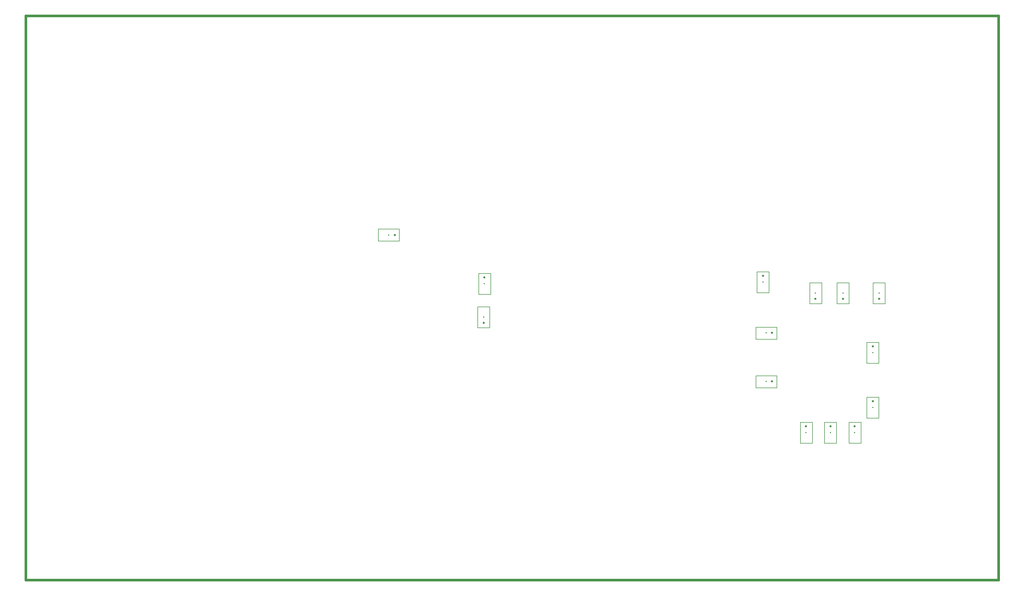
<source format=gbr>
%TF.GenerationSoftware,KiCad,Pcbnew,8.99.0-344-gfbc433deaa-dirty*%
%TF.CreationDate,2024-03-11T18:46:53+01:00*%
%TF.ProjectId,kit-dev-coldfire-xilinx_5213,6b69742d-6465-4762-9d63-6f6c64666972,2*%
%TF.SameCoordinates,Original*%
%TF.FileFunction,Component,L4,Bot*%
%TF.FilePolarity,Positive*%
%FSLAX46Y46*%
G04 Gerber Fmt 4.6, Leading zero omitted, Abs format (unit mm)*
G04 Created by KiCad (PCBNEW 8.99.0-344-gfbc433deaa-dirty) date 2024-03-11 18:46:53*
%MOMM*%
%LPD*%
G01*
G04 APERTURE LIST*
%TA.AperFunction,ComponentMain*%
%ADD10C,0.300000*%
%TD*%
%TA.AperFunction,ComponentOutline,Courtyard*%
%ADD11C,0.100000*%
%TD*%
%TA.AperFunction,ComponentPin*%
%ADD12P,0.360000X4X0.000000*%
%TD*%
%TA.AperFunction,ComponentPin*%
%ADD13C,0.100000*%
%TD*%
%TA.AperFunction,Profile*%
%ADD14C,0.381000*%
%TD*%
G04 APERTURE END LIST*
D10*
%TO.C,C112*%
%TO.CFtp,C_0805_2012Metric*%
%TO.CVal,100nF*%
%TO.CLbN,Capacitor_SMD*%
%TO.CMnt,SMD*%
%TO.CRot,0*%
X129921000Y-91440000D03*
D11*
X131620999Y-90460001D02*
X131620999Y-92419999D01*
X128221001Y-92419999D01*
X128221001Y-90460001D01*
X131620999Y-90460001D01*
D12*
%TO.P,C112,1*%
X130871000Y-91440000D03*
D13*
%TO.P,C112,2*%
X128971000Y-91440000D03*
%TD*%
D10*
%TO.C,C117*%
%TO.CFtp,C_0805_2012Metric*%
%TO.CVal,100nF*%
%TO.CLbN,Capacitor_SMD*%
%TO.CMnt,SMD*%
%TO.CRot,-90*%
X145288000Y-104775000D03*
D11*
X146267999Y-103075001D02*
X146267999Y-106474999D01*
X144308001Y-106474999D01*
X144308001Y-103075001D01*
X146267999Y-103075001D01*
D12*
%TO.P,C117,1*%
X145288000Y-105725000D03*
D13*
%TO.P,C117,2*%
X145288000Y-103825000D03*
%TD*%
D10*
%TO.C,C118*%
%TO.CFtp,C_0805_2012Metric*%
%TO.CVal,100nF*%
%TO.CLbN,Capacitor_SMD*%
%TO.CMnt,SMD*%
%TO.CRot,90*%
X145415000Y-99314000D03*
D11*
X146394999Y-97614001D02*
X146394999Y-101013999D01*
X144435001Y-101013999D01*
X144435001Y-97614001D01*
X146394999Y-97614001D01*
D12*
%TO.P,C118,1*%
X145415000Y-98364000D03*
D13*
%TO.P,C118,2*%
X145415000Y-100264000D03*
%TD*%
D10*
%TO.C,C301*%
%TO.CFtp,C_0805_2012Metric*%
%TO.CVal,100nF*%
%TO.CLbN,Capacitor_SMD*%
%TO.CMnt,SMD*%
%TO.CRot,-90*%
X209296000Y-100838000D03*
D11*
X210275999Y-99138001D02*
X210275999Y-102537999D01*
X208316001Y-102537999D01*
X208316001Y-99138001D01*
X210275999Y-99138001D01*
D12*
%TO.P,C301,1*%
X209296000Y-101788000D03*
D13*
%TO.P,C301,2*%
X209296000Y-99888000D03*
%TD*%
D10*
%TO.C,C302*%
%TO.CFtp,C_0805_2012Metric*%
%TO.CVal,100nF*%
%TO.CLbN,Capacitor_SMD*%
%TO.CMnt,SMD*%
%TO.CRot,0*%
X191008000Y-107315000D03*
D11*
X192707999Y-106335001D02*
X192707999Y-108294999D01*
X189308001Y-108294999D01*
X189308001Y-106335001D01*
X192707999Y-106335001D01*
D12*
%TO.P,C302,1*%
X191958000Y-107315000D03*
D13*
%TO.P,C302,2*%
X190058000Y-107315000D03*
%TD*%
D10*
%TO.C,C303*%
%TO.CFtp,C_0805_2012Metric*%
%TO.CVal,100nF*%
%TO.CLbN,Capacitor_SMD*%
%TO.CMnt,SMD*%
%TO.CRot,-90*%
X203454000Y-100838000D03*
D11*
X204433999Y-99138001D02*
X204433999Y-102537999D01*
X202474001Y-102537999D01*
X202474001Y-99138001D01*
X204433999Y-99138001D01*
D12*
%TO.P,C303,1*%
X203454000Y-101788000D03*
D13*
%TO.P,C303,2*%
X203454000Y-99888000D03*
%TD*%
D10*
%TO.C,C304*%
%TO.CFtp,C_0805_2012Metric*%
%TO.CVal,100nF*%
%TO.CLbN,Capacitor_SMD*%
%TO.CMnt,SMD*%
%TO.CRot,90*%
X208280000Y-110490000D03*
D11*
X209259999Y-108790001D02*
X209259999Y-112189999D01*
X207300001Y-112189999D01*
X207300001Y-108790001D01*
X209259999Y-108790001D01*
D12*
%TO.P,C304,1*%
X208280000Y-109540000D03*
D13*
%TO.P,C304,2*%
X208280000Y-111440000D03*
%TD*%
D10*
%TO.C,C305*%
%TO.CFtp,C_0805_2012Metric*%
%TO.CVal,100nF*%
%TO.CLbN,Capacitor_SMD*%
%TO.CMnt,SMD*%
%TO.CRot,90*%
X201422000Y-123444000D03*
D11*
X202401999Y-121744001D02*
X202401999Y-125143999D01*
X200442001Y-125143999D01*
X200442001Y-121744001D01*
X202401999Y-121744001D01*
D12*
%TO.P,C305,1*%
X201422000Y-122494000D03*
D13*
%TO.P,C305,2*%
X201422000Y-124394000D03*
%TD*%
D10*
%TO.C,C306*%
%TO.CFtp,C_0805_2012Metric*%
%TO.CVal,100nF*%
%TO.CLbN,Capacitor_SMD*%
%TO.CMnt,SMD*%
%TO.CRot,90*%
X208280000Y-119380000D03*
D11*
X209259999Y-117680001D02*
X209259999Y-121079999D01*
X207300001Y-121079999D01*
X207300001Y-117680001D01*
X209259999Y-117680001D01*
D12*
%TO.P,C306,1*%
X208280000Y-118430000D03*
D13*
%TO.P,C306,2*%
X208280000Y-120330000D03*
%TD*%
D10*
%TO.C,C307*%
%TO.CFtp,C_0805_2012Metric*%
%TO.CVal,100nF*%
%TO.CLbN,Capacitor_SMD*%
%TO.CMnt,SMD*%
%TO.CRot,90*%
X190500000Y-99060000D03*
D11*
X191479999Y-97360001D02*
X191479999Y-100759999D01*
X189520001Y-100759999D01*
X189520001Y-97360001D01*
X191479999Y-97360001D01*
D12*
%TO.P,C307,1*%
X190500000Y-98110000D03*
D13*
%TO.P,C307,2*%
X190500000Y-100010000D03*
%TD*%
D10*
%TO.C,C308*%
%TO.CFtp,C_0805_2012Metric*%
%TO.CVal,100nF*%
%TO.CLbN,Capacitor_SMD*%
%TO.CMnt,SMD*%
%TO.CRot,-90*%
X199009000Y-100838000D03*
D11*
X199988999Y-99138001D02*
X199988999Y-102537999D01*
X198029001Y-102537999D01*
X198029001Y-99138001D01*
X199988999Y-99138001D01*
D12*
%TO.P,C308,1*%
X199009000Y-101788000D03*
D13*
%TO.P,C308,2*%
X199009000Y-99888000D03*
%TD*%
D10*
%TO.C,C309*%
%TO.CFtp,C_0805_2012Metric*%
%TO.CVal,100nF*%
%TO.CLbN,Capacitor_SMD*%
%TO.CMnt,SMD*%
%TO.CRot,90*%
X205359000Y-123444000D03*
D11*
X206338999Y-121744001D02*
X206338999Y-125143999D01*
X204379001Y-125143999D01*
X204379001Y-121744001D01*
X206338999Y-121744001D01*
D12*
%TO.P,C309,1*%
X205359000Y-122494000D03*
D13*
%TO.P,C309,2*%
X205359000Y-124394000D03*
%TD*%
D10*
%TO.C,C310*%
%TO.CFtp,C_0805_2012Metric*%
%TO.CVal,100nF*%
%TO.CLbN,Capacitor_SMD*%
%TO.CMnt,SMD*%
%TO.CRot,90*%
X197485000Y-123444000D03*
D11*
X198464999Y-121744001D02*
X198464999Y-125143999D01*
X196505001Y-125143999D01*
X196505001Y-121744001D01*
X198464999Y-121744001D01*
D12*
%TO.P,C310,1*%
X197485000Y-122494000D03*
D13*
%TO.P,C310,2*%
X197485000Y-124394000D03*
%TD*%
D10*
%TO.C,C311*%
%TO.CFtp,C_0805_2012Metric*%
%TO.CVal,100nF*%
%TO.CLbN,Capacitor_SMD*%
%TO.CMnt,SMD*%
%TO.CRot,0*%
X191008000Y-115189000D03*
D11*
X192707999Y-114209001D02*
X192707999Y-116168999D01*
X189308001Y-116168999D01*
X189308001Y-114209001D01*
X192707999Y-114209001D01*
D12*
%TO.P,C311,1*%
X191958000Y-115189000D03*
D13*
%TO.P,C311,2*%
X190058000Y-115189000D03*
%TD*%
D14*
X71120000Y-147320000D02*
X228600000Y-147320000D01*
X71120000Y-55880000D02*
X71120000Y-147320000D01*
X228600000Y-55880000D02*
X228600000Y-147320000D01*
X228600000Y-55880000D02*
X71120000Y-55880000D01*
M02*

</source>
